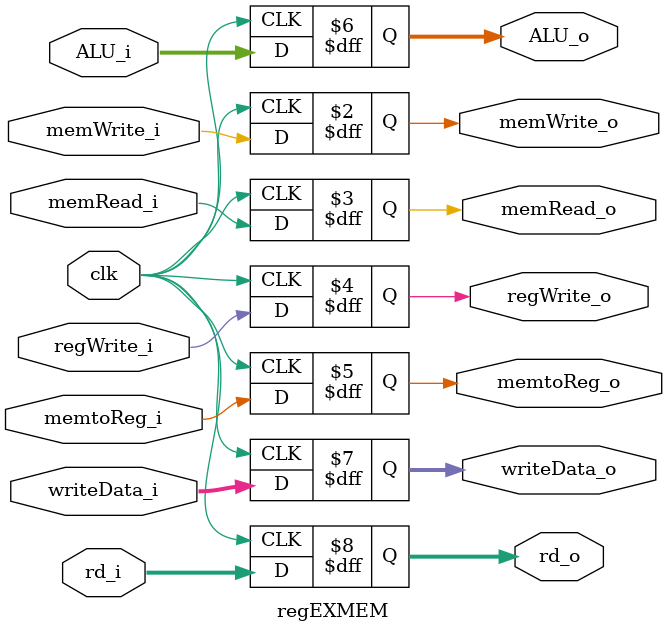
<source format=v>
module regEXMEM (
    // inputs
    input clk,
    // from control
    input memWrite_i,
    input memRead_i,
    // WB stage
    input regWrite_i,  // enable write to reg
    input memtoReg_i,  // select which (mem/PC+4/ALU(branch)) to write to register
    
    // from ALU
    input [31:0] ALU_i,
    input [31:0] writeData_i, // lw -> read mem data address
    
    // from forwar
    input [4:0] rd_i,


    // outputs
    // to control
    output reg memWrite_o,
    output reg memRead_o,
    output reg regWrite_o,
    output reg memtoReg_o,

    // to data mem
    output reg [31:0] ALU_o,
    output reg [31:0] writeData_o,
    
    // 
    output reg [4:0] rd_o

);

    // TODO: implement your program counter here
    always @(posedge clk) begin
        memWrite_o <= memWrite_i;
        memRead_o <= memRead_i;
        regWrite_o <= regWrite_i;
        memtoReg_o <= memtoReg_i;
        ALU_o <= ALU_i;
        writeData_o <= writeData_i;
        rd_o <= rd_i;
    end

endmodule


</source>
